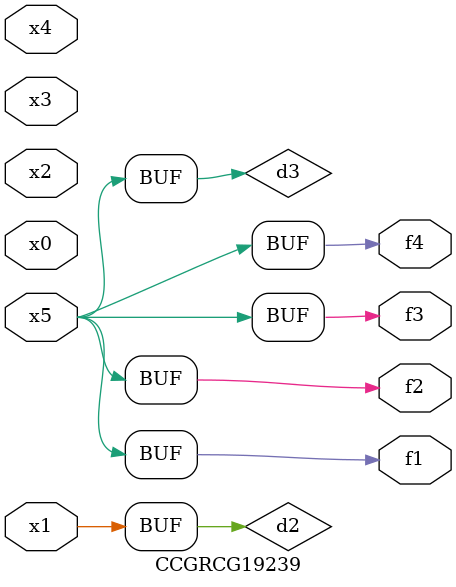
<source format=v>
module CCGRCG19239(
	input x0, x1, x2, x3, x4, x5,
	output f1, f2, f3, f4
);

	wire d1, d2, d3;

	not (d1, x5);
	or (d2, x1);
	xnor (d3, d1);
	assign f1 = d3;
	assign f2 = d3;
	assign f3 = d3;
	assign f4 = d3;
endmodule

</source>
